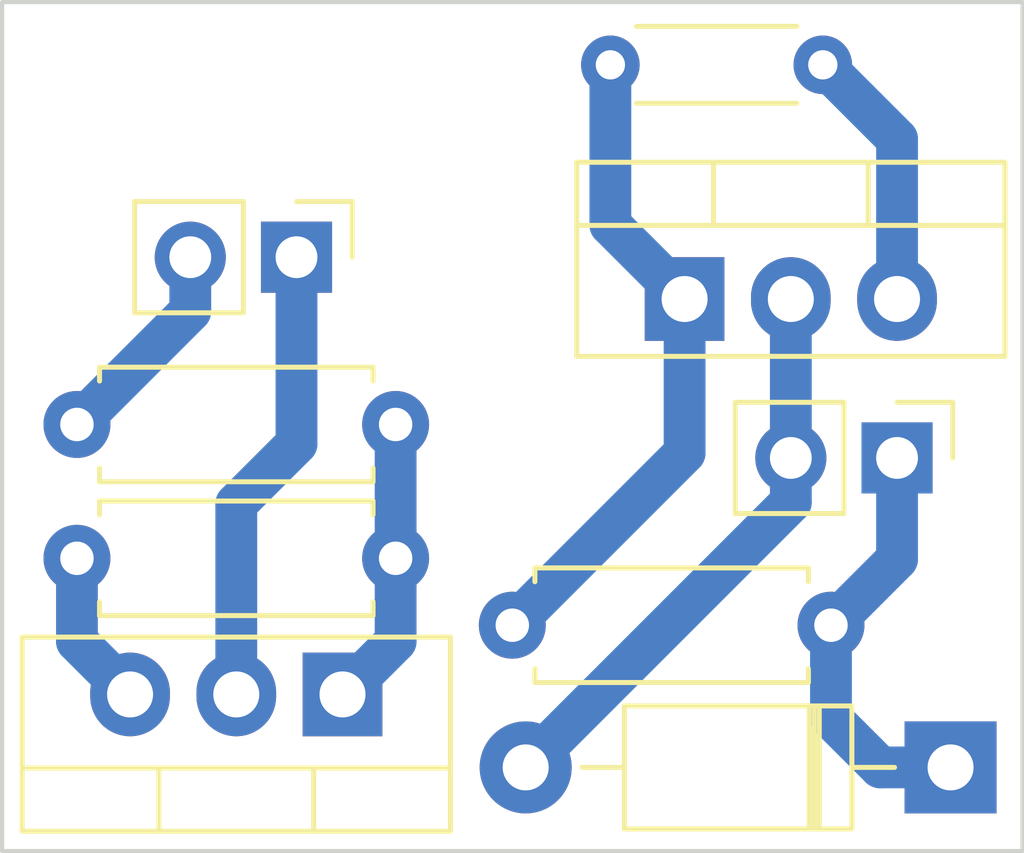
<source format=kicad_pcb>
(kicad_pcb (version 20221018) (generator pcbnew)
  (layers (0 "F.Cu" signal) (31 "B.Cu" signal) (34 "B.Paste" user) (35 "F.Paste" user) (36 "B.SilkS" user "B.Silkscreen") (37 "F.SilkS" user "F.Silkscreen") (38 "B.Mask" user) (39 "F.Mask" user) (44 "Edge.Cuts" user))
  (net 0 "")
  (net 1 "+12V")
  (net 2 "Net-(D1-A)")
  (net 3 "Net-(Q1-G)")
  (net 4 "GND")
  (net 5 "Net-(Q2-G)")
  (net 6 "+12VA")
  (net 7 "GNDA")
  (net 8 "Net-(J1-Pin_2)")
  (footprint "Connector_PinHeader_2.54mm:PinHeader_1x02_P2.54mm_Vertical" (layer "F.Cu") (at 52.64 65.2 -90)
    (fp_text reference "J1" hide)
    (fp_text value "Screw_Terminal_01x02" hide)
    (fp_line (start -1.33 -1.33) (end 0 -1.33) (stroke (width 0.12)) (layer "F.SilkS"))
    (fp_line (start -1.33 0) (end -1.33 -1.33) (stroke (width 0.12)) (layer "F.SilkS"))
    (fp_line (start -1.33 1.27) (end -1.33 3.87) (stroke (width 0.12)) (layer "F.SilkS"))
    (fp_line (start -1.33 1.27) (end 1.33 1.27) (stroke (width 0.12)) (layer "F.SilkS"))
    (fp_line (start -1.33 3.87) (end 1.33 3.87) (stroke (width 0.12)) (layer "F.SilkS"))
    (fp_line (start 1.33 1.27) (end 1.33 3.87) (stroke (width 0.12)) (layer "F.SilkS"))
    (pad "1" thru_hole rect (at 0 0 270) (size 1.7 1.7) (drill 1) (layers "*.Cu" "*.Mask") (net 6 "+12VA"))
    (pad "2" thru_hole oval (at 0 2.54 270) (size 1.7 1.7) (drill 1) (layers "*.Cu" "*.Mask") (net 8 "Net-(J1-Pin_2)"))
  )
  (footprint "Resistor_THT:R_Axial_DIN0207_L6.3mm_D2.5mm_P7.62mm_Horizontal" (layer "F.Cu") (at 47.39 72.4)
    (fp_text reference "R4" hide)
    (fp_text value "10k" hide)
    (fp_line (start 0.54 -1.37) (end 7.08 -1.37) (stroke (width 0.12)) (layer "F.SilkS"))
    (fp_line (start 0.54 -1.04) (end 0.54 -1.37) (stroke (width 0.12)) (layer "F.SilkS"))
    (fp_line (start 0.54 1.04) (end 0.54 1.37) (stroke (width 0.12)) (layer "F.SilkS"))
    (fp_line (start 0.54 1.37) (end 7.08 1.37) (stroke (width 0.12)) (layer "F.SilkS"))
    (fp_line (start 7.08 -1.37) (end 7.08 -1.04) (stroke (width 0.12)) (layer "F.SilkS"))
    (fp_line (start 7.08 1.37) (end 7.08 1.04) (stroke (width 0.12)) (layer "F.SilkS"))
    (pad "1" thru_hole circle (at 0 0) (size 1.6 1.6) (drill 0.8) (layers "*.Cu" "*.Mask") (net 7 "GNDA"))
    (pad "2" thru_hole oval (at 7.62 0) (size 1.6 1.6) (drill 0.8) (layers "*.Cu" "*.Mask") (net 5 "Net-(Q2-G)"))
  )
  (footprint "Diode_THT:D_DO-41_SOD81_P10.16mm_Horizontal" (layer "F.Cu") (at 68.28 77.4 180)
    (fp_text reference "D1" hide)
    (fp_text value "1N4007" hide)
    (fp_line (start 1.34 0) (end 2.36 0) (stroke (width 0.12)) (layer "F.SilkS"))
    (fp_line (start 2.36 -1.47) (end 2.36 1.47) (stroke (width 0.12)) (layer "F.SilkS"))
    (fp_line (start 2.36 1.47) (end 7.8 1.47) (stroke (width 0.12)) (layer "F.SilkS"))
    (fp_line (start 3.14 -1.47) (end 3.14 1.47) (stroke (width 0.12)) (layer "F.SilkS"))
    (fp_line (start 3.26 -1.47) (end 3.26 1.47) (stroke (width 0.12)) (layer "F.SilkS"))
    (fp_line (start 3.38 -1.47) (end 3.38 1.47) (stroke (width 0.12)) (layer "F.SilkS"))
    (fp_line (start 7.8 -1.47) (end 2.36 -1.47) (stroke (width 0.12)) (layer "F.SilkS"))
    (fp_line (start 7.8 1.47) (end 7.8 -1.47) (stroke (width 0.12)) (layer "F.SilkS"))
    (fp_line (start 8.82 0) (end 7.8 0) (stroke (width 0.12)) (layer "F.SilkS"))
    (pad "1" thru_hole rect (at 0 0 180) (size 2.2 2.2) (drill 1.1) (layers "*.Cu" "*.Mask") (net 1 "+12V"))
    (pad "2" thru_hole oval (at 10.16 0 180) (size 2.2 2.2) (drill 1.1) (layers "*.Cu" "*.Mask") (net 2 "Net-(D1-A)"))
  )
  (footprint "Connector_PinHeader_2.54mm:PinHeader_1x02_P2.54mm_Vertical" (layer "F.Cu") (at 67 70 -90)
    (fp_text reference "M1" hide)
    (fp_text value "Motor_DC" hide)
    (fp_line (start -1.33 -1.33) (end 0 -1.33) (stroke (width 0.12)) (layer "F.SilkS"))
    (fp_line (start -1.33 0) (end -1.33 -1.33) (stroke (width 0.12)) (layer "F.SilkS"))
    (fp_line (start -1.33 1.27) (end -1.33 3.87) (stroke (width 0.12)) (layer "F.SilkS"))
    (fp_line (start -1.33 1.27) (end 1.33 1.27) (stroke (width 0.12)) (layer "F.SilkS"))
    (fp_line (start -1.33 3.87) (end 1.33 3.87) (stroke (width 0.12)) (layer "F.SilkS"))
    (fp_line (start 1.33 1.27) (end 1.33 3.87) (stroke (width 0.12)) (layer "F.SilkS"))
    (pad "1" thru_hole rect (at 0 0 270) (size 1.7 1.7) (drill 1) (layers "*.Cu" "*.Mask") (net 1 "+12V"))
    (pad "2" thru_hole oval (at 0 2.54 270) (size 1.7 1.7) (drill 1) (layers "*.Cu" "*.Mask") (net 2 "Net-(D1-A)"))
  )
  (footprint "Resistor_THT:R_Axial_DIN0207_L6.3mm_D2.5mm_P7.62mm_Horizontal" (layer "F.Cu") (at 65.42 74 180)
    (fp_text reference "R1" hide)
    (fp_text value "1k" hide)
    (fp_line (start 0.54 -1.37) (end 7.08 -1.37) (stroke (width 0.12)) (layer "F.SilkS"))
    (fp_line (start 0.54 -1.04) (end 0.54 -1.37) (stroke (width 0.12)) (layer "F.SilkS"))
    (fp_line (start 0.54 1.04) (end 0.54 1.37) (stroke (width 0.12)) (layer "F.SilkS"))
    (fp_line (start 0.54 1.37) (end 7.08 1.37) (stroke (width 0.12)) (layer "F.SilkS"))
    (fp_line (start 7.08 -1.37) (end 7.08 -1.04) (stroke (width 0.12)) (layer "F.SilkS"))
    (fp_line (start 7.08 1.37) (end 7.08 1.04) (stroke (width 0.12)) (layer "F.SilkS"))
    (pad "1" thru_hole circle (at 0 0 180) (size 1.6 1.6) (drill 0.8) (layers "*.Cu" "*.Mask") (net 1 "+12V"))
    (pad "2" thru_hole oval (at 7.62 0 180) (size 1.6 1.6) (drill 0.8) (layers "*.Cu" "*.Mask") (net 3 "Net-(Q1-G)"))
  )
  (footprint "Resistor_THT:R_Axial_DIN0204_L3.6mm_D1.6mm_P5.08mm_Horizontal" (layer "F.Cu") (at 60.145 60.6)
    (fp_text reference "R2" hide)
    (fp_text value "PTC" hide)
    (fp_line (start 0.62 -0.92) (end 4.46 -0.92) (stroke (width 0.12)) (layer "F.SilkS"))
    (fp_line (start 0.62 0.92) (end 4.46 0.92) (stroke (width 0.12)) (layer "F.SilkS"))
    (pad "1" thru_hole circle (at 0 0) (size 1.4 1.4) (drill 0.7) (layers "*.Cu" "*.Mask") (net 3 "Net-(Q1-G)"))
    (pad "2" thru_hole oval (at 5.08 0) (size 1.4 1.4) (drill 0.7) (layers "*.Cu" "*.Mask") (net 4 "GND"))
  )
  (footprint "Package_TO_SOT_THT:TO-220-3_Vertical" (layer "F.Cu") (at 53.74 75.655 180)
    (fp_text reference "Q2" hide)
    (fp_text value "IRF3205" hide)
    (fp_line (start -2.58 -3.27) (end -2.58 1.371) (stroke (width 0.12)) (layer "F.SilkS"))
    (fp_line (start -2.58 -3.27) (end 7.66 -3.27) (stroke (width 0.12)) (layer "F.SilkS"))
    (fp_line (start -2.58 -1.76) (end 7.66 -1.76) (stroke (width 0.12)) (layer "F.SilkS"))
    (fp_line (start -2.58 1.371) (end 7.66 1.371) (stroke (width 0.12)) (layer "F.SilkS"))
    (fp_line (start 0.69 -3.27) (end 0.69 -1.76) (stroke (width 0.12)) (layer "F.SilkS"))
    (fp_line (start 4.391 -3.27) (end 4.391 -1.76) (stroke (width 0.12)) (layer "F.SilkS"))
    (fp_line (start 7.66 -3.27) (end 7.66 1.371) (stroke (width 0.12)) (layer "F.SilkS"))
    (pad "1" thru_hole rect (at 0 0 180) (size 1.905 2) (drill 1.1) (layers "*.Cu" "*.Mask") (net 5 "Net-(Q2-G)"))
    (pad "2" thru_hole oval (at 2.54 0 180) (size 1.905 2) (drill 1.1) (layers "*.Cu" "*.Mask") (net 6 "+12VA"))
    (pad "3" thru_hole oval (at 5.08 0 180) (size 1.905 2) (drill 1.1) (layers "*.Cu" "*.Mask") (net 7 "GNDA"))
  )
  (footprint "Resistor_THT:R_Axial_DIN0207_L6.3mm_D2.5mm_P7.62mm_Horizontal" (layer "F.Cu") (at 55.01 69.2 180)
    (fp_text reference "R3" hide)
    (fp_text value "1k" hide)
    (fp_line (start 0.54 -1.37) (end 7.08 -1.37) (stroke (width 0.12)) (layer "F.SilkS"))
    (fp_line (start 0.54 -1.04) (end 0.54 -1.37) (stroke (width 0.12)) (layer "F.SilkS"))
    (fp_line (start 0.54 1.04) (end 0.54 1.37) (stroke (width 0.12)) (layer "F.SilkS"))
    (fp_line (start 0.54 1.37) (end 7.08 1.37) (stroke (width 0.12)) (layer "F.SilkS"))
    (fp_line (start 7.08 -1.37) (end 7.08 -1.04) (stroke (width 0.12)) (layer "F.SilkS"))
    (fp_line (start 7.08 1.37) (end 7.08 1.04) (stroke (width 0.12)) (layer "F.SilkS"))
    (pad "1" thru_hole circle (at 0 0 180) (size 1.6 1.6) (drill 0.8) (layers "*.Cu" "*.Mask") (net 5 "Net-(Q2-G)"))
    (pad "2" thru_hole oval (at 7.62 0 180) (size 1.6 1.6) (drill 0.8) (layers "*.Cu" "*.Mask") (net 8 "Net-(J1-Pin_2)"))
  )
  (footprint "Package_TO_SOT_THT:TO-220-3_Vertical" (layer "F.Cu") (at 61.92 66.2)
    (fp_text reference "Q1" hide)
    (fp_text value "IRF3205" hide)
    (fp_line (start -2.58 -3.27) (end -2.58 1.371) (stroke (width 0.12)) (layer "F.SilkS"))
    (fp_line (start -2.58 -3.27) (end 7.66 -3.27) (stroke (width 0.12)) (layer "F.SilkS"))
    (fp_line (start -2.58 -1.76) (end 7.66 -1.76) (stroke (width 0.12)) (layer "F.SilkS"))
    (fp_line (start -2.58 1.371) (end 7.66 1.371) (stroke (width 0.12)) (layer "F.SilkS"))
    (fp_line (start 0.69 -3.27) (end 0.69 -1.76) (stroke (width 0.12)) (layer "F.SilkS"))
    (fp_line (start 4.391 -3.27) (end 4.391 -1.76) (stroke (width 0.12)) (layer "F.SilkS"))
    (fp_line (start 7.66 -3.27) (end 7.66 1.371) (stroke (width 0.12)) (layer "F.SilkS"))
    (pad "1" thru_hole rect (at 0 0) (size 1.905 2) (drill 1.1) (layers "*.Cu" "*.Mask") (net 3 "Net-(Q1-G)"))
    (pad "2" thru_hole oval (at 2.54 0) (size 1.905 2) (drill 1.1) (layers "*.Cu" "*.Mask") (net 2 "Net-(D1-A)"))
    (pad "3" thru_hole oval (at 5.08 0) (size 1.905 2) (drill 1.1) (layers "*.Cu" "*.Mask") (net 4 "GND"))
  )
  (gr_rect (start 45.6 59.1) (end 70 79.4) (stroke (width 0.1)) (fill none) (layer "Edge.Cuts"))
  (segment (start 66.6 77.4) (end 68.28 77.4) (width 1) (layer "B.Cu") (net 1))
  (segment (start 65.42 74) (end 65.42 76.22) (width 1) (layer "B.Cu") (net 1))
  (segment (start 67 70) (end 67 72.42) (width 1) (layer "B.Cu") (net 1))
  (segment (start 67 72.42) (end 65.42 74) (width 1) (layer "B.Cu") (net 1))
  (segment (start 65.42 76.22) (end 66.6 77.4) (width 1) (layer "B.Cu") (net 1))
  (segment (start 64.46 71.06) (end 64.46 70) (width 1) (layer "B.Cu") (net 2))
  (segment (start 64.46 66.2) (end 64.46 70) (width 1) (layer "B.Cu") (net 2))
  (segment (start 58.12 77.4) (end 64.46 71.06) (width 1) (layer "B.Cu") (net 2))
  (segment (start 61.92 69.88) (end 57.8 74) (width 1) (layer "B.Cu") (net 3))
  (segment (start 60.145 64.425) (end 61.92 66.2) (width 1) (layer "B.Cu") (net 3))
  (segment (start 60.145 60.6) (end 60.145 64.425) (width 1) (layer "B.Cu") (net 3))
  (segment (start 61.92 66.2) (end 61.92 69.88) (width 1) (layer "B.Cu") (net 3))
  (segment (start 67 62.375) (end 65.225 60.6) (width 1) (layer "B.Cu") (net 4))
  (segment (start 67 66.2) (end 67 62.375) (width 1) (layer "B.Cu") (net 4))
  (segment (start 55.01 69.2) (end 55.01 74.385) (width 1) (layer "B.Cu") (net 5))
  (segment (start 55.01 74.385) (end 53.74 75.655) (width 1) (layer "B.Cu") (net 5))
  (segment (start 52.64 69.66) (end 51.2 71.1) (width 1) (layer "B.Cu") (net 6))
  (segment (start 51.2 71.1) (end 51.2 75.655) (width 1) (layer "B.Cu") (net 6))
  (segment (start 52.64 65.2) (end 52.64 69.66) (width 1) (layer "B.Cu") (net 6))
  (segment (start 47.39 72.4) (end 47.39 74.385) (width 1) (layer "B.Cu") (net 7))
  (segment (start 47.39 74.385) (end 48.66 75.655) (width 1) (layer "B.Cu") (net 7))
  (segment (start 47.39 69.2) (end 50.1 66.49) (width 1) (layer "B.Cu") (net 8))
  (segment (start 50.1 66.49) (end 50.1 65.2) (width 1) (layer "B.Cu") (net 8))
)
</source>
